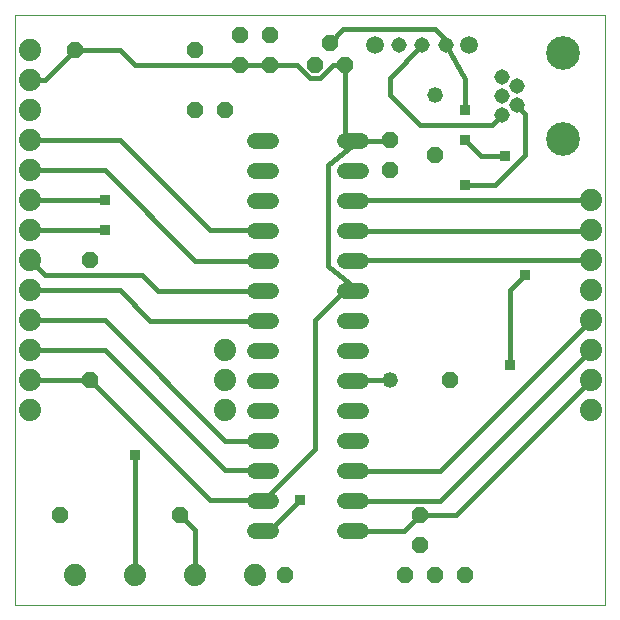
<source format=gtl>
G75*
%MOIN*%
%OFA0B0*%
%FSLAX25Y25*%
%IPPOS*%
%LPD*%
%AMOC8*
5,1,8,0,0,1.08239X$1,22.5*
%
%ADD10C,0.00000*%
%ADD11C,0.05150*%
%ADD12C,0.11220*%
%ADD13OC8,0.05200*%
%ADD14C,0.05200*%
%ADD15C,0.05937*%
%ADD16C,0.07400*%
%ADD17C,0.05200*%
%ADD18C,0.01600*%
%ADD19R,0.03562X0.03562*%
D10*
X0006250Y0001800D02*
X0006250Y0198650D01*
X0203100Y0198650D01*
X0203100Y0001800D01*
X0006250Y0001800D01*
D11*
X0168809Y0165265D03*
X0173533Y0168414D03*
X0168809Y0171564D03*
X0173533Y0174713D03*
X0168809Y0177863D03*
X0149911Y0188414D03*
X0142037Y0188414D03*
X0134163Y0188414D03*
D12*
X0188888Y0185934D03*
X0188888Y0157194D03*
D13*
X0146250Y0151800D03*
X0131250Y0146800D03*
X0131250Y0156800D03*
X0116250Y0181800D03*
X0111250Y0189300D03*
X0106250Y0181800D03*
X0091250Y0181800D03*
X0091250Y0191800D03*
X0081250Y0191800D03*
X0081250Y0181800D03*
X0076250Y0166800D03*
X0066250Y0166800D03*
X0066250Y0186800D03*
X0026250Y0186800D03*
X0031250Y0116800D03*
X0031250Y0076800D03*
X0021250Y0031800D03*
X0061250Y0031800D03*
X0096250Y0011800D03*
X0136250Y0011800D03*
X0146250Y0011800D03*
X0156250Y0011800D03*
X0141250Y0021800D03*
X0141250Y0031800D03*
X0151250Y0076800D03*
D14*
X0121527Y0076682D02*
X0116327Y0076682D01*
X0116327Y0086682D02*
X0121527Y0086682D01*
X0121527Y0096682D02*
X0116327Y0096682D01*
X0116327Y0106682D02*
X0121527Y0106682D01*
X0121527Y0116682D02*
X0116327Y0116682D01*
X0116327Y0126682D02*
X0121527Y0126682D01*
X0121527Y0136682D02*
X0116327Y0136682D01*
X0116327Y0146682D02*
X0121527Y0146682D01*
X0121527Y0156682D02*
X0116327Y0156682D01*
X0091527Y0156682D02*
X0086327Y0156682D01*
X0086327Y0146682D02*
X0091527Y0146682D01*
X0091527Y0136682D02*
X0086327Y0136682D01*
X0086327Y0126682D02*
X0091527Y0126682D01*
X0091527Y0116682D02*
X0086327Y0116682D01*
X0086327Y0106682D02*
X0091527Y0106682D01*
X0091527Y0096682D02*
X0086327Y0096682D01*
X0086327Y0086682D02*
X0091527Y0086682D01*
X0091527Y0076682D02*
X0086327Y0076682D01*
X0086327Y0066682D02*
X0091527Y0066682D01*
X0091527Y0056682D02*
X0086327Y0056682D01*
X0086327Y0046682D02*
X0091527Y0046682D01*
X0091527Y0036682D02*
X0086327Y0036682D01*
X0086327Y0026682D02*
X0091527Y0026682D01*
X0116327Y0026682D02*
X0121527Y0026682D01*
X0121527Y0036682D02*
X0116327Y0036682D01*
X0116327Y0046682D02*
X0121527Y0046682D01*
X0121527Y0056682D02*
X0116327Y0056682D01*
X0116327Y0066682D02*
X0121527Y0066682D01*
D15*
X0126289Y0188414D03*
X0157785Y0188414D03*
D16*
X0198250Y0136800D03*
X0198250Y0126800D03*
X0198250Y0116800D03*
X0198250Y0106800D03*
X0198250Y0096800D03*
X0198250Y0086800D03*
X0198250Y0076800D03*
X0198250Y0066800D03*
X0086250Y0011800D03*
X0066250Y0011800D03*
X0046250Y0011800D03*
X0026250Y0011800D03*
X0011250Y0066800D03*
X0011250Y0076800D03*
X0011250Y0086800D03*
X0011250Y0096800D03*
X0011250Y0106800D03*
X0011250Y0116800D03*
X0011250Y0126800D03*
X0011250Y0136800D03*
X0011250Y0146800D03*
X0011250Y0156800D03*
X0011250Y0166800D03*
X0011250Y0176800D03*
X0011250Y0186800D03*
X0076250Y0086800D03*
X0076250Y0076800D03*
X0076250Y0066800D03*
D17*
X0131250Y0076800D03*
X0146250Y0171800D03*
D18*
X0141250Y0161800D02*
X0131250Y0171800D01*
X0131250Y0177627D01*
X0142037Y0188414D01*
X0146250Y0193850D02*
X0149911Y0190189D01*
X0149911Y0188414D01*
X0156250Y0177076D01*
X0156250Y0166800D01*
X0165344Y0161800D02*
X0141250Y0161800D01*
X0131250Y0156800D02*
X0131250Y0156682D01*
X0118927Y0156682D01*
X0118927Y0155222D01*
X0110727Y0148422D01*
X0110727Y0114942D01*
X0118927Y0108142D01*
X0118927Y0106682D01*
X0116132Y0106682D01*
X0106250Y0096800D01*
X0106250Y0054005D01*
X0088927Y0036682D01*
X0088809Y0036800D01*
X0071250Y0036800D01*
X0031250Y0076800D01*
X0011250Y0076800D01*
X0011250Y0086800D02*
X0036250Y0086800D01*
X0076250Y0046800D01*
X0088809Y0046800D01*
X0088927Y0046682D01*
X0088927Y0056682D02*
X0076368Y0056682D01*
X0036250Y0096800D01*
X0011250Y0096800D01*
X0011250Y0106800D02*
X0041250Y0106800D01*
X0051368Y0096682D01*
X0088927Y0096682D01*
X0088927Y0106682D02*
X0053927Y0106682D01*
X0048809Y0111800D01*
X0016250Y0111800D01*
X0011250Y0116800D01*
X0011250Y0126800D02*
X0036250Y0126800D01*
X0036250Y0136800D02*
X0011250Y0136800D01*
X0011250Y0146800D02*
X0036250Y0146800D01*
X0066368Y0116682D01*
X0088927Y0116682D01*
X0088927Y0126682D02*
X0088809Y0126800D01*
X0071250Y0126800D01*
X0041250Y0156800D01*
X0011250Y0156800D01*
X0011250Y0176800D02*
X0016250Y0176800D01*
X0026250Y0186800D01*
X0041250Y0186800D01*
X0046250Y0181800D01*
X0081250Y0181800D01*
X0091250Y0181800D01*
X0100310Y0181800D01*
X0104510Y0177600D01*
X0107990Y0177600D01*
X0112190Y0181800D01*
X0116250Y0181800D01*
X0116250Y0159359D01*
X0118927Y0156682D01*
X0119045Y0136800D02*
X0198250Y0136800D01*
X0198250Y0126800D02*
X0198132Y0126682D01*
X0118927Y0126682D01*
X0119045Y0116800D02*
X0198250Y0116800D01*
X0198250Y0096800D02*
X0148132Y0046682D01*
X0118927Y0046682D01*
X0118927Y0036682D02*
X0148132Y0036682D01*
X0198250Y0086800D01*
X0198250Y0076800D02*
X0153250Y0031800D01*
X0141250Y0031800D01*
X0136132Y0026682D01*
X0118927Y0026682D01*
X0101250Y0036800D02*
X0091132Y0026682D01*
X0088927Y0026682D01*
X0066250Y0026800D02*
X0066250Y0011800D01*
X0066250Y0026800D02*
X0061250Y0031800D01*
X0046250Y0051800D02*
X0046250Y0011800D01*
X0118927Y0076682D02*
X0119045Y0076800D01*
X0131250Y0076800D01*
X0171250Y0081800D02*
X0171250Y0106800D01*
X0176250Y0111800D01*
X0166250Y0141800D02*
X0156250Y0141800D01*
X0166250Y0141800D02*
X0176250Y0151800D01*
X0176250Y0165698D01*
X0173533Y0168414D01*
X0168809Y0165265D02*
X0165344Y0161800D01*
X0156250Y0156800D02*
X0161611Y0151439D01*
X0169664Y0151439D01*
X0146250Y0193850D02*
X0115800Y0193850D01*
X0111250Y0189300D01*
X0119045Y0136800D02*
X0118927Y0136682D01*
X0119045Y0116800D02*
X0118927Y0116682D01*
D19*
X0156250Y0141800D03*
X0169664Y0151439D03*
X0156250Y0156800D03*
X0156250Y0166800D03*
X0176250Y0111800D03*
X0171250Y0081800D03*
X0101250Y0036800D03*
X0046250Y0051800D03*
X0036250Y0126800D03*
X0036250Y0136800D03*
M02*

</source>
